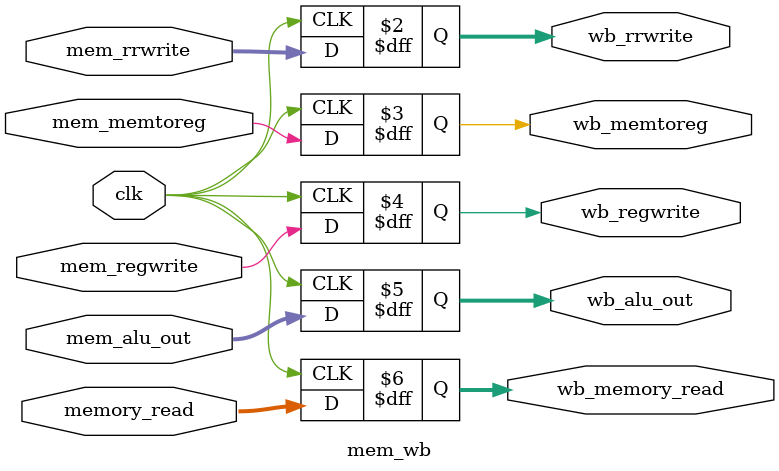
<source format=v>
`timescale 1ns / 1ps


module mem_wb(input clk, input [4:0] mem_rrwrite, input mem_memtoreg, input mem_regwrite,
input [31:0]mem_alu_out, input [31:0] memory_read,
output reg [4:0] wb_rrwrite, output reg wb_memtoreg, output reg wb_regwrite,
output reg [31:0]wb_alu_out, output reg [31:0] wb_memory_read );

always@(posedge clk)
begin
wb_rrwrite <= mem_rrwrite ;
wb_memtoreg <= mem_memtoreg;
wb_regwrite <= mem_regwrite;
wb_alu_out <= mem_alu_out;
wb_memory_read <= memory_read;
end
endmodule

</source>
